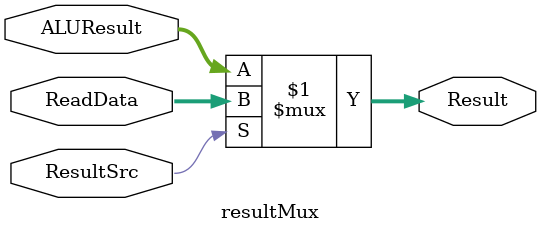
<source format=sv>
module resultMux #(
    parameter DATA_WIDTH = 32
) (
    input   logic [DATA_WIDTH-1:0]  ReadData,
    input   logic [DATA_WIDTH-1:0]  ALUResult,
    input   logic                   ResultSrc,
    output  logic [DATA_WIDTH-1:0]  Result
);

    assign Result = ResultSrc ? ReadData : ALUResult;

endmodule

</source>
